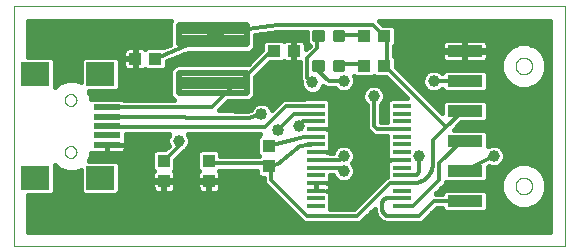
<source format=gtl>
G75*
%MOIN*%
%OFA0B0*%
%FSLAX25Y25*%
%IPPOS*%
%LPD*%
%AMOC8*
5,1,8,0,0,1.08239X$1,22.5*
%
%ADD10C,0.00000*%
%ADD11R,0.04331X0.03937*%
%ADD12R,0.03937X0.04331*%
%ADD13R,0.09449X0.07874*%
%ADD14R,0.09087X0.01969*%
%ADD15C,0.01181*%
%ADD16R,0.05906X0.01575*%
%ADD17R,0.11811X0.03937*%
%ADD18C,0.02165*%
%ADD19C,0.01600*%
%ADD20C,0.03962*%
%ADD21C,0.01200*%
%ADD22C,0.04000*%
D10*
X0004360Y0001800D02*
X0004360Y0081761D01*
X0188061Y0081761D01*
X0188061Y0001800D01*
X0004360Y0001800D01*
X0021328Y0033139D02*
X0021330Y0033227D01*
X0021336Y0033315D01*
X0021346Y0033403D01*
X0021360Y0033491D01*
X0021377Y0033577D01*
X0021399Y0033663D01*
X0021424Y0033747D01*
X0021454Y0033831D01*
X0021486Y0033913D01*
X0021523Y0033993D01*
X0021563Y0034072D01*
X0021607Y0034149D01*
X0021654Y0034224D01*
X0021704Y0034296D01*
X0021758Y0034367D01*
X0021814Y0034434D01*
X0021874Y0034500D01*
X0021936Y0034562D01*
X0022002Y0034622D01*
X0022069Y0034678D01*
X0022140Y0034732D01*
X0022212Y0034782D01*
X0022287Y0034829D01*
X0022364Y0034873D01*
X0022443Y0034913D01*
X0022523Y0034950D01*
X0022605Y0034982D01*
X0022689Y0035012D01*
X0022773Y0035037D01*
X0022859Y0035059D01*
X0022945Y0035076D01*
X0023033Y0035090D01*
X0023121Y0035100D01*
X0023209Y0035106D01*
X0023297Y0035108D01*
X0023385Y0035106D01*
X0023473Y0035100D01*
X0023561Y0035090D01*
X0023649Y0035076D01*
X0023735Y0035059D01*
X0023821Y0035037D01*
X0023905Y0035012D01*
X0023989Y0034982D01*
X0024071Y0034950D01*
X0024151Y0034913D01*
X0024230Y0034873D01*
X0024307Y0034829D01*
X0024382Y0034782D01*
X0024454Y0034732D01*
X0024525Y0034678D01*
X0024592Y0034622D01*
X0024658Y0034562D01*
X0024720Y0034500D01*
X0024780Y0034434D01*
X0024836Y0034367D01*
X0024890Y0034296D01*
X0024940Y0034224D01*
X0024987Y0034149D01*
X0025031Y0034072D01*
X0025071Y0033993D01*
X0025108Y0033913D01*
X0025140Y0033831D01*
X0025170Y0033747D01*
X0025195Y0033663D01*
X0025217Y0033577D01*
X0025234Y0033491D01*
X0025248Y0033403D01*
X0025258Y0033315D01*
X0025264Y0033227D01*
X0025266Y0033139D01*
X0025264Y0033051D01*
X0025258Y0032963D01*
X0025248Y0032875D01*
X0025234Y0032787D01*
X0025217Y0032701D01*
X0025195Y0032615D01*
X0025170Y0032531D01*
X0025140Y0032447D01*
X0025108Y0032365D01*
X0025071Y0032285D01*
X0025031Y0032206D01*
X0024987Y0032129D01*
X0024940Y0032054D01*
X0024890Y0031982D01*
X0024836Y0031911D01*
X0024780Y0031844D01*
X0024720Y0031778D01*
X0024658Y0031716D01*
X0024592Y0031656D01*
X0024525Y0031600D01*
X0024454Y0031546D01*
X0024382Y0031496D01*
X0024307Y0031449D01*
X0024230Y0031405D01*
X0024151Y0031365D01*
X0024071Y0031328D01*
X0023989Y0031296D01*
X0023905Y0031266D01*
X0023821Y0031241D01*
X0023735Y0031219D01*
X0023649Y0031202D01*
X0023561Y0031188D01*
X0023473Y0031178D01*
X0023385Y0031172D01*
X0023297Y0031170D01*
X0023209Y0031172D01*
X0023121Y0031178D01*
X0023033Y0031188D01*
X0022945Y0031202D01*
X0022859Y0031219D01*
X0022773Y0031241D01*
X0022689Y0031266D01*
X0022605Y0031296D01*
X0022523Y0031328D01*
X0022443Y0031365D01*
X0022364Y0031405D01*
X0022287Y0031449D01*
X0022212Y0031496D01*
X0022140Y0031546D01*
X0022069Y0031600D01*
X0022002Y0031656D01*
X0021936Y0031716D01*
X0021874Y0031778D01*
X0021814Y0031844D01*
X0021758Y0031911D01*
X0021704Y0031982D01*
X0021654Y0032054D01*
X0021607Y0032129D01*
X0021563Y0032206D01*
X0021523Y0032285D01*
X0021486Y0032365D01*
X0021454Y0032447D01*
X0021424Y0032531D01*
X0021399Y0032615D01*
X0021377Y0032701D01*
X0021360Y0032787D01*
X0021346Y0032875D01*
X0021336Y0032963D01*
X0021330Y0033051D01*
X0021328Y0033139D01*
X0021328Y0050461D02*
X0021330Y0050549D01*
X0021336Y0050637D01*
X0021346Y0050725D01*
X0021360Y0050813D01*
X0021377Y0050899D01*
X0021399Y0050985D01*
X0021424Y0051069D01*
X0021454Y0051153D01*
X0021486Y0051235D01*
X0021523Y0051315D01*
X0021563Y0051394D01*
X0021607Y0051471D01*
X0021654Y0051546D01*
X0021704Y0051618D01*
X0021758Y0051689D01*
X0021814Y0051756D01*
X0021874Y0051822D01*
X0021936Y0051884D01*
X0022002Y0051944D01*
X0022069Y0052000D01*
X0022140Y0052054D01*
X0022212Y0052104D01*
X0022287Y0052151D01*
X0022364Y0052195D01*
X0022443Y0052235D01*
X0022523Y0052272D01*
X0022605Y0052304D01*
X0022689Y0052334D01*
X0022773Y0052359D01*
X0022859Y0052381D01*
X0022945Y0052398D01*
X0023033Y0052412D01*
X0023121Y0052422D01*
X0023209Y0052428D01*
X0023297Y0052430D01*
X0023385Y0052428D01*
X0023473Y0052422D01*
X0023561Y0052412D01*
X0023649Y0052398D01*
X0023735Y0052381D01*
X0023821Y0052359D01*
X0023905Y0052334D01*
X0023989Y0052304D01*
X0024071Y0052272D01*
X0024151Y0052235D01*
X0024230Y0052195D01*
X0024307Y0052151D01*
X0024382Y0052104D01*
X0024454Y0052054D01*
X0024525Y0052000D01*
X0024592Y0051944D01*
X0024658Y0051884D01*
X0024720Y0051822D01*
X0024780Y0051756D01*
X0024836Y0051689D01*
X0024890Y0051618D01*
X0024940Y0051546D01*
X0024987Y0051471D01*
X0025031Y0051394D01*
X0025071Y0051315D01*
X0025108Y0051235D01*
X0025140Y0051153D01*
X0025170Y0051069D01*
X0025195Y0050985D01*
X0025217Y0050899D01*
X0025234Y0050813D01*
X0025248Y0050725D01*
X0025258Y0050637D01*
X0025264Y0050549D01*
X0025266Y0050461D01*
X0025264Y0050373D01*
X0025258Y0050285D01*
X0025248Y0050197D01*
X0025234Y0050109D01*
X0025217Y0050023D01*
X0025195Y0049937D01*
X0025170Y0049853D01*
X0025140Y0049769D01*
X0025108Y0049687D01*
X0025071Y0049607D01*
X0025031Y0049528D01*
X0024987Y0049451D01*
X0024940Y0049376D01*
X0024890Y0049304D01*
X0024836Y0049233D01*
X0024780Y0049166D01*
X0024720Y0049100D01*
X0024658Y0049038D01*
X0024592Y0048978D01*
X0024525Y0048922D01*
X0024454Y0048868D01*
X0024382Y0048818D01*
X0024307Y0048771D01*
X0024230Y0048727D01*
X0024151Y0048687D01*
X0024071Y0048650D01*
X0023989Y0048618D01*
X0023905Y0048588D01*
X0023821Y0048563D01*
X0023735Y0048541D01*
X0023649Y0048524D01*
X0023561Y0048510D01*
X0023473Y0048500D01*
X0023385Y0048494D01*
X0023297Y0048492D01*
X0023209Y0048494D01*
X0023121Y0048500D01*
X0023033Y0048510D01*
X0022945Y0048524D01*
X0022859Y0048541D01*
X0022773Y0048563D01*
X0022689Y0048588D01*
X0022605Y0048618D01*
X0022523Y0048650D01*
X0022443Y0048687D01*
X0022364Y0048727D01*
X0022287Y0048771D01*
X0022212Y0048818D01*
X0022140Y0048868D01*
X0022069Y0048922D01*
X0022002Y0048978D01*
X0021936Y0049038D01*
X0021874Y0049100D01*
X0021814Y0049166D01*
X0021758Y0049233D01*
X0021704Y0049304D01*
X0021654Y0049376D01*
X0021607Y0049451D01*
X0021563Y0049528D01*
X0021523Y0049607D01*
X0021486Y0049687D01*
X0021454Y0049769D01*
X0021424Y0049853D01*
X0021399Y0049937D01*
X0021377Y0050023D01*
X0021360Y0050109D01*
X0021346Y0050197D01*
X0021336Y0050285D01*
X0021330Y0050373D01*
X0021328Y0050461D01*
X0171604Y0061800D02*
X0171606Y0061905D01*
X0171612Y0062010D01*
X0171622Y0062114D01*
X0171636Y0062218D01*
X0171654Y0062322D01*
X0171676Y0062424D01*
X0171701Y0062526D01*
X0171731Y0062627D01*
X0171764Y0062726D01*
X0171801Y0062824D01*
X0171842Y0062921D01*
X0171887Y0063016D01*
X0171935Y0063109D01*
X0171986Y0063201D01*
X0172042Y0063290D01*
X0172100Y0063377D01*
X0172162Y0063462D01*
X0172226Y0063545D01*
X0172294Y0063625D01*
X0172365Y0063702D01*
X0172439Y0063776D01*
X0172516Y0063848D01*
X0172595Y0063917D01*
X0172677Y0063982D01*
X0172761Y0064045D01*
X0172848Y0064104D01*
X0172937Y0064160D01*
X0173028Y0064213D01*
X0173121Y0064262D01*
X0173215Y0064307D01*
X0173311Y0064349D01*
X0173409Y0064387D01*
X0173508Y0064421D01*
X0173609Y0064452D01*
X0173710Y0064478D01*
X0173813Y0064501D01*
X0173916Y0064520D01*
X0174020Y0064535D01*
X0174124Y0064546D01*
X0174229Y0064553D01*
X0174334Y0064556D01*
X0174439Y0064555D01*
X0174544Y0064550D01*
X0174648Y0064541D01*
X0174752Y0064528D01*
X0174856Y0064511D01*
X0174959Y0064490D01*
X0175061Y0064465D01*
X0175162Y0064437D01*
X0175261Y0064404D01*
X0175360Y0064368D01*
X0175457Y0064328D01*
X0175552Y0064285D01*
X0175646Y0064237D01*
X0175738Y0064187D01*
X0175828Y0064133D01*
X0175916Y0064075D01*
X0176001Y0064014D01*
X0176084Y0063950D01*
X0176165Y0063883D01*
X0176243Y0063813D01*
X0176318Y0063739D01*
X0176390Y0063664D01*
X0176460Y0063585D01*
X0176526Y0063504D01*
X0176590Y0063420D01*
X0176650Y0063334D01*
X0176706Y0063246D01*
X0176760Y0063155D01*
X0176810Y0063063D01*
X0176856Y0062969D01*
X0176899Y0062873D01*
X0176938Y0062775D01*
X0176973Y0062677D01*
X0177004Y0062576D01*
X0177032Y0062475D01*
X0177056Y0062373D01*
X0177076Y0062270D01*
X0177092Y0062166D01*
X0177104Y0062062D01*
X0177112Y0061957D01*
X0177116Y0061852D01*
X0177116Y0061748D01*
X0177112Y0061643D01*
X0177104Y0061538D01*
X0177092Y0061434D01*
X0177076Y0061330D01*
X0177056Y0061227D01*
X0177032Y0061125D01*
X0177004Y0061024D01*
X0176973Y0060923D01*
X0176938Y0060825D01*
X0176899Y0060727D01*
X0176856Y0060631D01*
X0176810Y0060537D01*
X0176760Y0060445D01*
X0176706Y0060354D01*
X0176650Y0060266D01*
X0176590Y0060180D01*
X0176526Y0060096D01*
X0176460Y0060015D01*
X0176390Y0059936D01*
X0176318Y0059861D01*
X0176243Y0059787D01*
X0176165Y0059717D01*
X0176084Y0059650D01*
X0176001Y0059586D01*
X0175916Y0059525D01*
X0175828Y0059467D01*
X0175738Y0059413D01*
X0175646Y0059363D01*
X0175552Y0059315D01*
X0175457Y0059272D01*
X0175360Y0059232D01*
X0175261Y0059196D01*
X0175162Y0059163D01*
X0175061Y0059135D01*
X0174959Y0059110D01*
X0174856Y0059089D01*
X0174752Y0059072D01*
X0174648Y0059059D01*
X0174544Y0059050D01*
X0174439Y0059045D01*
X0174334Y0059044D01*
X0174229Y0059047D01*
X0174124Y0059054D01*
X0174020Y0059065D01*
X0173916Y0059080D01*
X0173813Y0059099D01*
X0173710Y0059122D01*
X0173609Y0059148D01*
X0173508Y0059179D01*
X0173409Y0059213D01*
X0173311Y0059251D01*
X0173215Y0059293D01*
X0173121Y0059338D01*
X0173028Y0059387D01*
X0172937Y0059440D01*
X0172848Y0059496D01*
X0172761Y0059555D01*
X0172677Y0059618D01*
X0172595Y0059683D01*
X0172516Y0059752D01*
X0172439Y0059824D01*
X0172365Y0059898D01*
X0172294Y0059975D01*
X0172226Y0060055D01*
X0172162Y0060138D01*
X0172100Y0060223D01*
X0172042Y0060310D01*
X0171986Y0060399D01*
X0171935Y0060491D01*
X0171887Y0060584D01*
X0171842Y0060679D01*
X0171801Y0060776D01*
X0171764Y0060874D01*
X0171731Y0060973D01*
X0171701Y0061074D01*
X0171676Y0061176D01*
X0171654Y0061278D01*
X0171636Y0061382D01*
X0171622Y0061486D01*
X0171612Y0061590D01*
X0171606Y0061695D01*
X0171604Y0061800D01*
X0171604Y0021800D02*
X0171606Y0021905D01*
X0171612Y0022010D01*
X0171622Y0022114D01*
X0171636Y0022218D01*
X0171654Y0022322D01*
X0171676Y0022424D01*
X0171701Y0022526D01*
X0171731Y0022627D01*
X0171764Y0022726D01*
X0171801Y0022824D01*
X0171842Y0022921D01*
X0171887Y0023016D01*
X0171935Y0023109D01*
X0171986Y0023201D01*
X0172042Y0023290D01*
X0172100Y0023377D01*
X0172162Y0023462D01*
X0172226Y0023545D01*
X0172294Y0023625D01*
X0172365Y0023702D01*
X0172439Y0023776D01*
X0172516Y0023848D01*
X0172595Y0023917D01*
X0172677Y0023982D01*
X0172761Y0024045D01*
X0172848Y0024104D01*
X0172937Y0024160D01*
X0173028Y0024213D01*
X0173121Y0024262D01*
X0173215Y0024307D01*
X0173311Y0024349D01*
X0173409Y0024387D01*
X0173508Y0024421D01*
X0173609Y0024452D01*
X0173710Y0024478D01*
X0173813Y0024501D01*
X0173916Y0024520D01*
X0174020Y0024535D01*
X0174124Y0024546D01*
X0174229Y0024553D01*
X0174334Y0024556D01*
X0174439Y0024555D01*
X0174544Y0024550D01*
X0174648Y0024541D01*
X0174752Y0024528D01*
X0174856Y0024511D01*
X0174959Y0024490D01*
X0175061Y0024465D01*
X0175162Y0024437D01*
X0175261Y0024404D01*
X0175360Y0024368D01*
X0175457Y0024328D01*
X0175552Y0024285D01*
X0175646Y0024237D01*
X0175738Y0024187D01*
X0175828Y0024133D01*
X0175916Y0024075D01*
X0176001Y0024014D01*
X0176084Y0023950D01*
X0176165Y0023883D01*
X0176243Y0023813D01*
X0176318Y0023739D01*
X0176390Y0023664D01*
X0176460Y0023585D01*
X0176526Y0023504D01*
X0176590Y0023420D01*
X0176650Y0023334D01*
X0176706Y0023246D01*
X0176760Y0023155D01*
X0176810Y0023063D01*
X0176856Y0022969D01*
X0176899Y0022873D01*
X0176938Y0022775D01*
X0176973Y0022677D01*
X0177004Y0022576D01*
X0177032Y0022475D01*
X0177056Y0022373D01*
X0177076Y0022270D01*
X0177092Y0022166D01*
X0177104Y0022062D01*
X0177112Y0021957D01*
X0177116Y0021852D01*
X0177116Y0021748D01*
X0177112Y0021643D01*
X0177104Y0021538D01*
X0177092Y0021434D01*
X0177076Y0021330D01*
X0177056Y0021227D01*
X0177032Y0021125D01*
X0177004Y0021024D01*
X0176973Y0020923D01*
X0176938Y0020825D01*
X0176899Y0020727D01*
X0176856Y0020631D01*
X0176810Y0020537D01*
X0176760Y0020445D01*
X0176706Y0020354D01*
X0176650Y0020266D01*
X0176590Y0020180D01*
X0176526Y0020096D01*
X0176460Y0020015D01*
X0176390Y0019936D01*
X0176318Y0019861D01*
X0176243Y0019787D01*
X0176165Y0019717D01*
X0176084Y0019650D01*
X0176001Y0019586D01*
X0175916Y0019525D01*
X0175828Y0019467D01*
X0175738Y0019413D01*
X0175646Y0019363D01*
X0175552Y0019315D01*
X0175457Y0019272D01*
X0175360Y0019232D01*
X0175261Y0019196D01*
X0175162Y0019163D01*
X0175061Y0019135D01*
X0174959Y0019110D01*
X0174856Y0019089D01*
X0174752Y0019072D01*
X0174648Y0019059D01*
X0174544Y0019050D01*
X0174439Y0019045D01*
X0174334Y0019044D01*
X0174229Y0019047D01*
X0174124Y0019054D01*
X0174020Y0019065D01*
X0173916Y0019080D01*
X0173813Y0019099D01*
X0173710Y0019122D01*
X0173609Y0019148D01*
X0173508Y0019179D01*
X0173409Y0019213D01*
X0173311Y0019251D01*
X0173215Y0019293D01*
X0173121Y0019338D01*
X0173028Y0019387D01*
X0172937Y0019440D01*
X0172848Y0019496D01*
X0172761Y0019555D01*
X0172677Y0019618D01*
X0172595Y0019683D01*
X0172516Y0019752D01*
X0172439Y0019824D01*
X0172365Y0019898D01*
X0172294Y0019975D01*
X0172226Y0020055D01*
X0172162Y0020138D01*
X0172100Y0020223D01*
X0172042Y0020310D01*
X0171986Y0020399D01*
X0171935Y0020491D01*
X0171887Y0020584D01*
X0171842Y0020679D01*
X0171801Y0020776D01*
X0171764Y0020874D01*
X0171731Y0020973D01*
X0171701Y0021074D01*
X0171676Y0021176D01*
X0171654Y0021278D01*
X0171636Y0021382D01*
X0171622Y0021486D01*
X0171612Y0021590D01*
X0171606Y0021695D01*
X0171604Y0021800D01*
D11*
X0127707Y0061800D03*
X0121014Y0061800D03*
X0121014Y0071800D03*
X0127707Y0071800D03*
X0097707Y0066800D03*
X0091014Y0066800D03*
X0051507Y0064240D03*
X0044814Y0064240D03*
D12*
X0089360Y0035146D03*
X0089360Y0028454D03*
X0069360Y0030146D03*
X0054360Y0030146D03*
X0054360Y0023454D03*
X0069360Y0023454D03*
D13*
X0033140Y0024477D03*
X0011486Y0024477D03*
X0011486Y0059123D03*
X0033140Y0059123D03*
D14*
X0035360Y0048099D03*
X0035360Y0044950D03*
X0035360Y0041800D03*
X0035360Y0038650D03*
X0035360Y0035501D03*
D15*
X0107285Y0060422D02*
X0107285Y0063178D01*
X0107285Y0060422D02*
X0104529Y0060422D01*
X0104529Y0063178D01*
X0107285Y0063178D01*
X0107285Y0061602D02*
X0104529Y0061602D01*
X0104529Y0062782D02*
X0107285Y0062782D01*
X0114191Y0063178D02*
X0114191Y0060422D01*
X0111435Y0060422D01*
X0111435Y0063178D01*
X0114191Y0063178D01*
X0114191Y0061602D02*
X0111435Y0061602D01*
X0111435Y0062782D02*
X0114191Y0062782D01*
X0114191Y0070422D02*
X0114191Y0073178D01*
X0114191Y0070422D02*
X0111435Y0070422D01*
X0111435Y0073178D01*
X0114191Y0073178D01*
X0114191Y0071602D02*
X0111435Y0071602D01*
X0111435Y0072782D02*
X0114191Y0072782D01*
X0107285Y0073178D02*
X0107285Y0070422D01*
X0104529Y0070422D01*
X0104529Y0073178D01*
X0107285Y0073178D01*
X0107285Y0071602D02*
X0104529Y0071602D01*
X0104529Y0072782D02*
X0107285Y0072782D01*
D16*
X0105089Y0048434D03*
X0105089Y0045875D03*
X0105089Y0043316D03*
X0105089Y0040757D03*
X0105089Y0038198D03*
X0105089Y0035639D03*
X0105089Y0033080D03*
X0105089Y0030520D03*
X0105089Y0027961D03*
X0105089Y0025402D03*
X0105089Y0022843D03*
X0105089Y0020284D03*
X0105089Y0017725D03*
X0105089Y0015166D03*
X0133632Y0015166D03*
X0133632Y0017725D03*
X0133632Y0020284D03*
X0133632Y0022843D03*
X0133632Y0025402D03*
X0133632Y0027961D03*
X0133632Y0030520D03*
X0133632Y0033080D03*
X0133632Y0035639D03*
X0133632Y0038198D03*
X0133632Y0040757D03*
X0133632Y0043316D03*
X0133632Y0045875D03*
X0133632Y0048434D03*
D17*
X0154675Y0046800D03*
X0154675Y0036800D03*
X0154675Y0026800D03*
X0154675Y0016800D03*
X0154675Y0056800D03*
X0154675Y0066800D03*
D18*
X0081959Y0069063D02*
X0059321Y0069063D01*
X0059321Y0075559D01*
X0081959Y0075559D01*
X0081959Y0069063D01*
X0081959Y0071227D02*
X0059321Y0071227D01*
X0059321Y0073391D02*
X0081959Y0073391D01*
X0081959Y0075555D02*
X0059321Y0075555D01*
X0059321Y0059417D02*
X0081959Y0059417D01*
X0081959Y0052921D01*
X0059321Y0052921D01*
X0059321Y0059417D01*
X0059321Y0055085D02*
X0081959Y0055085D01*
X0081959Y0057249D02*
X0059321Y0057249D01*
X0059321Y0059413D02*
X0081959Y0059413D01*
D19*
X0084842Y0057987D02*
X0089886Y0063031D01*
X0093925Y0063031D01*
X0094360Y0063467D01*
X0094436Y0063391D01*
X0094847Y0063154D01*
X0095304Y0063031D01*
X0097522Y0063031D01*
X0097522Y0066616D01*
X0097891Y0066616D01*
X0097891Y0063031D01*
X0099860Y0063031D01*
X0099860Y0057423D01*
X0100079Y0056894D01*
X0100079Y0055548D01*
X0100655Y0054158D01*
X0101718Y0053095D01*
X0103108Y0052519D01*
X0104612Y0052519D01*
X0106002Y0053095D01*
X0107066Y0054158D01*
X0107517Y0055249D01*
X0108001Y0054765D01*
X0108883Y0054400D01*
X0111413Y0054400D01*
X0112218Y0053595D01*
X0113608Y0053019D01*
X0115112Y0053019D01*
X0116502Y0053595D01*
X0117566Y0054658D01*
X0118141Y0056048D01*
X0118141Y0057552D01*
X0117830Y0058305D01*
X0118103Y0058031D01*
X0123925Y0058031D01*
X0124360Y0058467D01*
X0124796Y0058031D01*
X0128435Y0058031D01*
X0135445Y0051021D01*
X0129934Y0051021D01*
X0128879Y0049967D01*
X0128879Y0043157D01*
X0126760Y0043157D01*
X0126760Y0048853D01*
X0127566Y0049658D01*
X0128141Y0051048D01*
X0128141Y0052552D01*
X0127566Y0053942D01*
X0126502Y0055005D01*
X0125112Y0055581D01*
X0123608Y0055581D01*
X0122218Y0055005D01*
X0121155Y0053942D01*
X0120579Y0052552D01*
X0120579Y0051048D01*
X0121155Y0049658D01*
X0121960Y0048853D01*
X0121960Y0041323D01*
X0122326Y0040441D01*
X0123001Y0039765D01*
X0124044Y0038722D01*
X0124926Y0038357D01*
X0128879Y0038357D01*
X0128879Y0031547D01*
X0128879Y0031546D01*
X0128879Y0031545D01*
X0128879Y0030521D01*
X0129905Y0030521D01*
X0129905Y0030520D01*
X0128879Y0030520D01*
X0128879Y0029496D01*
X0128879Y0029495D01*
X0128879Y0029494D01*
X0128879Y0024933D01*
X0128401Y0024735D01*
X0127726Y0024059D01*
X0117766Y0014100D01*
X0109841Y0014100D01*
X0109841Y0019258D01*
X0109841Y0019259D01*
X0109841Y0019260D01*
X0109841Y0020284D01*
X0108815Y0020284D01*
X0109841Y0020284D01*
X0109841Y0021309D01*
X0109773Y0021564D01*
X0109841Y0021819D01*
X0109841Y0022843D01*
X0108815Y0022843D01*
X0108815Y0022843D01*
X0109841Y0022843D01*
X0109841Y0023868D01*
X0109841Y0023869D01*
X0109841Y0023869D01*
X0109841Y0025561D01*
X0110781Y0025561D01*
X0111155Y0024658D01*
X0112218Y0023595D01*
X0113608Y0023019D01*
X0115112Y0023019D01*
X0116502Y0023595D01*
X0117566Y0024658D01*
X0118141Y0026048D01*
X0118141Y0027552D01*
X0117566Y0028942D01*
X0117208Y0029300D01*
X0117566Y0029658D01*
X0118141Y0031048D01*
X0118141Y0032552D01*
X0117566Y0033942D01*
X0116502Y0035005D01*
X0115112Y0035581D01*
X0113608Y0035581D01*
X0112218Y0035005D01*
X0111155Y0033942D01*
X0110682Y0032800D01*
X0109841Y0032800D01*
X0109841Y0033079D01*
X0108815Y0033079D01*
X0108815Y0033080D01*
X0109841Y0033080D01*
X0109841Y0034104D01*
X0109841Y0034105D01*
X0109841Y0034106D01*
X0109841Y0039731D01*
X0109841Y0039732D01*
X0109841Y0040757D01*
X0109841Y0041781D01*
X0109841Y0041782D01*
X0109841Y0041783D01*
X0109841Y0049967D01*
X0108787Y0051021D01*
X0101390Y0051021D01*
X0101203Y0050834D01*
X0094517Y0050834D01*
X0093635Y0050468D01*
X0092959Y0049793D01*
X0090385Y0047219D01*
X0090082Y0047953D01*
X0089013Y0049021D01*
X0087616Y0049600D01*
X0086104Y0049600D01*
X0084708Y0049021D01*
X0083639Y0047953D01*
X0083353Y0047263D01*
X0082336Y0046961D01*
X0072747Y0046993D01*
X0075793Y0050038D01*
X0082533Y0050038D01*
X0083592Y0050477D01*
X0084403Y0051288D01*
X0084842Y0052348D01*
X0084842Y0057987D01*
X0084842Y0057748D02*
X0099860Y0057748D01*
X0099860Y0059346D02*
X0086201Y0059346D01*
X0087799Y0060945D02*
X0099860Y0060945D01*
X0099860Y0062543D02*
X0089398Y0062543D01*
X0084208Y0064142D02*
X0057449Y0064142D01*
X0055472Y0063308D02*
X0062281Y0066180D01*
X0082533Y0066180D01*
X0083592Y0066619D01*
X0084403Y0067430D01*
X0084842Y0068489D01*
X0084842Y0072074D01*
X0089917Y0072857D01*
X0092474Y0073100D01*
X0102139Y0073100D01*
X0102139Y0069947D01*
X0102503Y0069068D01*
X0102968Y0068602D01*
X0101672Y0067306D01*
X0101672Y0069005D01*
X0101549Y0069463D01*
X0101312Y0069874D01*
X0100977Y0070209D01*
X0100567Y0070446D01*
X0100109Y0070568D01*
X0097891Y0070568D01*
X0097891Y0066984D01*
X0097522Y0066984D01*
X0097522Y0070568D01*
X0095304Y0070568D01*
X0094847Y0070446D01*
X0094436Y0070209D01*
X0094360Y0070133D01*
X0093925Y0070568D01*
X0088103Y0070568D01*
X0087048Y0069514D01*
X0087048Y0066982D01*
X0082366Y0062300D01*
X0058748Y0062300D01*
X0057688Y0061861D01*
X0056878Y0061050D01*
X0056439Y0059991D01*
X0056439Y0052348D01*
X0056878Y0051288D01*
X0057688Y0050477D01*
X0057875Y0050400D01*
X0041133Y0050400D01*
X0040649Y0050883D01*
X0030071Y0050883D01*
X0030066Y0050878D01*
X0030066Y0051808D01*
X0029412Y0053386D01*
X0038610Y0053386D01*
X0039664Y0054440D01*
X0039664Y0063805D01*
X0038610Y0064860D01*
X0027670Y0064860D01*
X0026615Y0063805D01*
X0026615Y0056413D01*
X0024644Y0057230D01*
X0021951Y0057230D01*
X0019463Y0056199D01*
X0018011Y0054747D01*
X0018011Y0063805D01*
X0016956Y0064860D01*
X0009160Y0064860D01*
X0009160Y0076961D01*
X0056782Y0076961D01*
X0056439Y0076132D01*
X0056439Y0068925D01*
X0054266Y0068008D01*
X0048596Y0068008D01*
X0048160Y0067573D01*
X0048084Y0067649D01*
X0047674Y0067886D01*
X0047216Y0068008D01*
X0044998Y0068008D01*
X0044998Y0064424D01*
X0044630Y0064424D01*
X0044630Y0068008D01*
X0042411Y0068008D01*
X0041954Y0067886D01*
X0041543Y0067649D01*
X0041208Y0067314D01*
X0040971Y0066903D01*
X0040848Y0066445D01*
X0040848Y0064424D01*
X0044629Y0064424D01*
X0044629Y0064056D01*
X0040848Y0064056D01*
X0040848Y0062035D01*
X0040971Y0061577D01*
X0041208Y0061166D01*
X0041543Y0060831D01*
X0041954Y0060594D01*
X0042411Y0060471D01*
X0044630Y0060471D01*
X0044630Y0064056D01*
X0044998Y0064056D01*
X0044998Y0060471D01*
X0047216Y0060471D01*
X0047674Y0060594D01*
X0048084Y0060831D01*
X0048160Y0060907D01*
X0048596Y0060471D01*
X0054418Y0060471D01*
X0055472Y0061526D01*
X0055472Y0063308D01*
X0055472Y0062543D02*
X0082610Y0062543D01*
X0085807Y0065740D02*
X0061239Y0065740D01*
X0056439Y0068937D02*
X0009160Y0068937D01*
X0009160Y0067339D02*
X0041233Y0067339D01*
X0044630Y0067339D02*
X0044998Y0067339D01*
X0044998Y0065740D02*
X0044630Y0065740D01*
X0040848Y0065740D02*
X0009160Y0065740D01*
X0017674Y0064142D02*
X0026952Y0064142D01*
X0026615Y0062543D02*
X0018011Y0062543D01*
X0018011Y0060945D02*
X0026615Y0060945D01*
X0026615Y0059346D02*
X0018011Y0059346D01*
X0018011Y0057748D02*
X0026615Y0057748D01*
X0019413Y0056149D02*
X0018011Y0056149D01*
X0029592Y0052952D02*
X0056439Y0052952D01*
X0056439Y0054551D02*
X0039664Y0054551D01*
X0039664Y0056149D02*
X0056439Y0056149D01*
X0056439Y0057748D02*
X0039664Y0057748D01*
X0039664Y0059346D02*
X0056439Y0059346D01*
X0056834Y0060945D02*
X0054891Y0060945D01*
X0044998Y0060945D02*
X0044630Y0060945D01*
X0041429Y0060945D02*
X0039664Y0060945D01*
X0039664Y0062543D02*
X0040848Y0062543D01*
X0044630Y0062543D02*
X0044998Y0062543D01*
X0044629Y0064142D02*
X0039328Y0064142D01*
X0056439Y0070536D02*
X0009160Y0070536D01*
X0009160Y0072134D02*
X0056439Y0072134D01*
X0056439Y0073733D02*
X0009160Y0073733D01*
X0009160Y0075332D02*
X0056439Y0075332D01*
X0056769Y0076930D02*
X0009160Y0076930D01*
X0030066Y0051354D02*
X0056850Y0051354D01*
X0073911Y0048157D02*
X0083843Y0048157D01*
X0089877Y0048157D02*
X0091323Y0048157D01*
X0092921Y0049755D02*
X0075510Y0049755D01*
X0084430Y0051354D02*
X0120579Y0051354D01*
X0120745Y0052952D02*
X0105659Y0052952D01*
X0107228Y0054551D02*
X0108519Y0054551D01*
X0102062Y0052952D02*
X0084842Y0052952D01*
X0084842Y0054551D02*
X0100492Y0054551D01*
X0100079Y0056149D02*
X0084842Y0056149D01*
X0097522Y0064142D02*
X0097891Y0064142D01*
X0097891Y0065740D02*
X0097522Y0065740D01*
X0097522Y0067339D02*
X0097891Y0067339D01*
X0097891Y0068937D02*
X0097522Y0068937D01*
X0097522Y0070536D02*
X0097891Y0070536D01*
X0095183Y0070536D02*
X0093957Y0070536D01*
X0088070Y0070536D02*
X0084842Y0070536D01*
X0084842Y0068937D02*
X0087048Y0068937D01*
X0087048Y0067339D02*
X0084312Y0067339D01*
X0085233Y0072134D02*
X0102139Y0072134D01*
X0102139Y0070536D02*
X0100230Y0070536D01*
X0101672Y0068937D02*
X0102633Y0068937D01*
X0101705Y0067339D02*
X0101672Y0067339D01*
X0118060Y0057748D02*
X0128718Y0057748D01*
X0130317Y0056149D02*
X0118141Y0056149D01*
X0117458Y0054551D02*
X0121764Y0054551D01*
X0126957Y0054551D02*
X0131915Y0054551D01*
X0133514Y0052952D02*
X0127976Y0052952D01*
X0128141Y0051354D02*
X0135112Y0051354D01*
X0140302Y0052952D02*
X0183261Y0052952D01*
X0183261Y0051354D02*
X0141900Y0051354D01*
X0143499Y0049755D02*
X0147211Y0049755D01*
X0146970Y0049514D02*
X0148024Y0050568D01*
X0161326Y0050568D01*
X0162381Y0049514D01*
X0162381Y0044086D01*
X0161326Y0043031D01*
X0153486Y0043031D01*
X0151023Y0040568D01*
X0161326Y0040568D01*
X0162381Y0039514D01*
X0162381Y0035073D01*
X0163608Y0035581D01*
X0165112Y0035581D01*
X0166502Y0035005D01*
X0167566Y0033942D01*
X0168141Y0032552D01*
X0168141Y0031048D01*
X0167566Y0029658D01*
X0166502Y0028595D01*
X0165112Y0028019D01*
X0163608Y0028019D01*
X0162819Y0028346D01*
X0162381Y0028127D01*
X0162381Y0024086D01*
X0161326Y0023031D01*
X0148540Y0023031D01*
X0148295Y0022441D01*
X0147620Y0021765D01*
X0145054Y0019200D01*
X0146970Y0019200D01*
X0146970Y0019514D01*
X0148024Y0020568D01*
X0161326Y0020568D01*
X0162381Y0019514D01*
X0162381Y0014086D01*
X0161326Y0013031D01*
X0148024Y0013031D01*
X0146970Y0014086D01*
X0146970Y0014400D01*
X0145354Y0014400D01*
X0141315Y0010361D01*
X0141315Y0010361D01*
X0141310Y0010356D01*
X0141096Y0009985D01*
X0141096Y0009985D01*
X0141096Y0009985D01*
X0140725Y0009770D01*
X0140640Y0009685D01*
X0140420Y0009594D01*
X0139945Y0009320D01*
X0128630Y0009320D01*
X0126836Y0010063D01*
X0126836Y0010063D01*
X0125463Y0011436D01*
X0125463Y0011436D01*
X0124720Y0013229D01*
X0124720Y0014266D01*
X0120120Y0009665D01*
X0119238Y0009300D01*
X0101783Y0009300D01*
X0100901Y0009665D01*
X0100226Y0010341D01*
X0088126Y0022441D01*
X0087760Y0023323D01*
X0087760Y0024488D01*
X0086646Y0024488D01*
X0085592Y0025543D01*
X0085592Y0026900D01*
X0072793Y0026900D01*
X0072693Y0026800D01*
X0072769Y0026724D01*
X0073006Y0026314D01*
X0073129Y0025856D01*
X0073129Y0023638D01*
X0069545Y0023638D01*
X0069545Y0023269D01*
X0073129Y0023269D01*
X0073129Y0021051D01*
X0073006Y0020593D01*
X0072769Y0020183D01*
X0072434Y0019848D01*
X0072024Y0019611D01*
X0071566Y0019488D01*
X0069544Y0019488D01*
X0069544Y0023269D01*
X0069176Y0023269D01*
X0069176Y0019488D01*
X0067155Y0019488D01*
X0066697Y0019611D01*
X0066287Y0019848D01*
X0065951Y0020183D01*
X0065714Y0020593D01*
X0065592Y0021051D01*
X0065592Y0023269D01*
X0069176Y0023269D01*
X0069176Y0023638D01*
X0065592Y0023638D01*
X0065592Y0025856D01*
X0065714Y0026314D01*
X0065951Y0026724D01*
X0066027Y0026800D01*
X0065592Y0027236D01*
X0065592Y0033057D01*
X0066646Y0034112D01*
X0072074Y0034112D01*
X0073129Y0033057D01*
X0073129Y0031700D01*
X0085927Y0031700D01*
X0086027Y0031800D01*
X0085592Y0032236D01*
X0085592Y0038057D01*
X0086534Y0039000D01*
X0062507Y0039000D01*
X0062566Y0038942D01*
X0063141Y0037552D01*
X0063141Y0036048D01*
X0062566Y0034658D01*
X0061502Y0033595D01*
X0060991Y0033383D01*
X0058129Y0030521D01*
X0058129Y0027236D01*
X0057693Y0026800D01*
X0057769Y0026724D01*
X0058006Y0026314D01*
X0058129Y0025856D01*
X0058129Y0023638D01*
X0054545Y0023638D01*
X0054545Y0023269D01*
X0058129Y0023269D01*
X0058129Y0021051D01*
X0058006Y0020593D01*
X0057769Y0020183D01*
X0057434Y0019848D01*
X0057024Y0019611D01*
X0056566Y0019488D01*
X0054544Y0019488D01*
X0054544Y0023269D01*
X0054176Y0023269D01*
X0054176Y0019488D01*
X0052155Y0019488D01*
X0051697Y0019611D01*
X0051287Y0019848D01*
X0050951Y0020183D01*
X0050714Y0020593D01*
X0050592Y0021051D01*
X0050592Y0023269D01*
X0054176Y0023269D01*
X0054176Y0023638D01*
X0050592Y0023638D01*
X0050592Y0025856D01*
X0050714Y0026314D01*
X0050951Y0026724D01*
X0051027Y0026800D01*
X0050592Y0027236D01*
X0050592Y0033057D01*
X0051646Y0034112D01*
X0054931Y0034112D01*
X0055957Y0035137D01*
X0055579Y0036048D01*
X0055579Y0037552D01*
X0056155Y0038942D01*
X0056213Y0039000D01*
X0041704Y0039000D01*
X0041704Y0036921D01*
X0041662Y0036879D01*
X0041704Y0036722D01*
X0041704Y0035501D01*
X0035360Y0035501D01*
X0035360Y0035501D01*
X0035360Y0032717D01*
X0030580Y0032717D01*
X0030122Y0032839D01*
X0030066Y0032872D01*
X0030066Y0031792D01*
X0029412Y0030214D01*
X0038610Y0030214D01*
X0039664Y0029160D01*
X0039664Y0019795D01*
X0038610Y0018740D01*
X0027670Y0018740D01*
X0026615Y0019795D01*
X0026615Y0027187D01*
X0024644Y0026370D01*
X0021951Y0026370D01*
X0019463Y0027401D01*
X0018011Y0028853D01*
X0018011Y0019795D01*
X0016956Y0018740D01*
X0009160Y0018740D01*
X0009160Y0006600D01*
X0183261Y0006600D01*
X0183261Y0076961D01*
X0126194Y0076961D01*
X0127586Y0075568D01*
X0130618Y0075568D01*
X0131672Y0074514D01*
X0131672Y0069086D01*
X0131060Y0068474D01*
X0131060Y0065126D01*
X0131672Y0064514D01*
X0131672Y0061582D01*
X0146970Y0046285D01*
X0146970Y0049514D01*
X0146970Y0048157D02*
X0145098Y0048157D01*
X0146696Y0046558D02*
X0146970Y0046558D01*
X0152217Y0041763D02*
X0183261Y0041763D01*
X0183261Y0040164D02*
X0161731Y0040164D01*
X0162381Y0038566D02*
X0183261Y0038566D01*
X0183261Y0036967D02*
X0162381Y0036967D01*
X0162381Y0035369D02*
X0163095Y0035369D01*
X0165625Y0035369D02*
X0183261Y0035369D01*
X0183261Y0033770D02*
X0167637Y0033770D01*
X0168141Y0032172D02*
X0183261Y0032172D01*
X0183261Y0030573D02*
X0167945Y0030573D01*
X0166882Y0028975D02*
X0171937Y0028975D01*
X0172857Y0029356D02*
X0170080Y0028206D01*
X0167955Y0026080D01*
X0166804Y0023303D01*
X0166804Y0020297D01*
X0167955Y0017520D01*
X0170080Y0015394D01*
X0172857Y0014244D01*
X0175863Y0014244D01*
X0178640Y0015394D01*
X0180766Y0017520D01*
X0181916Y0020297D01*
X0181916Y0023303D01*
X0180766Y0026080D01*
X0178640Y0028206D01*
X0175863Y0029356D01*
X0172857Y0029356D01*
X0176784Y0028975D02*
X0183261Y0028975D01*
X0183261Y0027376D02*
X0179470Y0027376D01*
X0180891Y0025778D02*
X0183261Y0025778D01*
X0183261Y0024179D02*
X0181553Y0024179D01*
X0181916Y0022581D02*
X0183261Y0022581D01*
X0183261Y0020982D02*
X0181916Y0020982D01*
X0181538Y0019384D02*
X0183261Y0019384D01*
X0183261Y0017785D02*
X0180876Y0017785D01*
X0179432Y0016187D02*
X0183261Y0016187D01*
X0183261Y0014588D02*
X0176694Y0014588D01*
X0172027Y0014588D02*
X0162381Y0014588D01*
X0162381Y0016187D02*
X0169288Y0016187D01*
X0167845Y0017785D02*
X0162381Y0017785D01*
X0162381Y0019384D02*
X0167183Y0019384D01*
X0166804Y0020982D02*
X0146836Y0020982D01*
X0146970Y0019384D02*
X0145238Y0019384D01*
X0148353Y0022581D02*
X0166804Y0022581D01*
X0167167Y0024179D02*
X0162381Y0024179D01*
X0162381Y0025778D02*
X0167829Y0025778D01*
X0169251Y0027376D02*
X0162381Y0027376D01*
X0129905Y0030520D02*
X0129905Y0030520D01*
X0128879Y0030573D02*
X0117945Y0030573D01*
X0118141Y0032172D02*
X0128879Y0032172D01*
X0128879Y0033770D02*
X0117637Y0033770D01*
X0115625Y0035369D02*
X0128879Y0035369D01*
X0128879Y0036967D02*
X0109841Y0036967D01*
X0109841Y0035369D02*
X0113095Y0035369D01*
X0111084Y0033770D02*
X0109841Y0033770D01*
X0108815Y0033080D02*
X0108815Y0033080D01*
X0117533Y0028975D02*
X0128879Y0028975D01*
X0128879Y0027376D02*
X0118141Y0027376D01*
X0118029Y0025778D02*
X0128879Y0025778D01*
X0127845Y0024179D02*
X0117087Y0024179D01*
X0111634Y0024179D02*
X0109841Y0024179D01*
X0109841Y0022581D02*
X0126247Y0022581D01*
X0124648Y0020982D02*
X0109841Y0020982D01*
X0108815Y0020284D02*
X0108815Y0020284D01*
X0109841Y0019384D02*
X0123050Y0019384D01*
X0121451Y0017785D02*
X0109841Y0017785D01*
X0109841Y0016187D02*
X0119853Y0016187D01*
X0118254Y0014588D02*
X0109841Y0014588D01*
X0099175Y0011391D02*
X0009160Y0011391D01*
X0009160Y0009793D02*
X0100774Y0009793D01*
X0097577Y0012990D02*
X0009160Y0012990D01*
X0009160Y0014588D02*
X0095978Y0014588D01*
X0094380Y0016187D02*
X0009160Y0016187D01*
X0009160Y0017785D02*
X0092781Y0017785D01*
X0091182Y0019384D02*
X0039253Y0019384D01*
X0039664Y0020982D02*
X0050610Y0020982D01*
X0050592Y0022581D02*
X0039664Y0022581D01*
X0039664Y0024179D02*
X0050592Y0024179D01*
X0050592Y0025778D02*
X0039664Y0025778D01*
X0039664Y0027376D02*
X0050592Y0027376D01*
X0050592Y0028975D02*
X0039664Y0028975D01*
X0040141Y0032717D02*
X0035360Y0032717D01*
X0035360Y0035501D01*
X0035360Y0035501D01*
X0041704Y0035501D01*
X0041704Y0034280D01*
X0041581Y0033822D01*
X0041344Y0033411D01*
X0041009Y0033076D01*
X0040598Y0032839D01*
X0040141Y0032717D01*
X0041551Y0033770D02*
X0051305Y0033770D01*
X0050592Y0032172D02*
X0030066Y0032172D01*
X0029561Y0030573D02*
X0050592Y0030573D01*
X0058181Y0030573D02*
X0065592Y0030573D01*
X0065592Y0028975D02*
X0058129Y0028975D01*
X0058129Y0027376D02*
X0065592Y0027376D01*
X0065592Y0025778D02*
X0058129Y0025778D01*
X0058129Y0024179D02*
X0065592Y0024179D01*
X0065592Y0022581D02*
X0058129Y0022581D01*
X0058110Y0020982D02*
X0065610Y0020982D01*
X0069176Y0020982D02*
X0069544Y0020982D01*
X0073110Y0020982D02*
X0089584Y0020982D01*
X0088068Y0022581D02*
X0073129Y0022581D01*
X0073129Y0024179D02*
X0087760Y0024179D01*
X0085592Y0025778D02*
X0073129Y0025778D01*
X0069544Y0022581D02*
X0069176Y0022581D01*
X0054544Y0022581D02*
X0054176Y0022581D01*
X0054176Y0020982D02*
X0054544Y0020982D01*
X0059780Y0032172D02*
X0065592Y0032172D01*
X0066305Y0033770D02*
X0061678Y0033770D01*
X0062860Y0035369D02*
X0085592Y0035369D01*
X0085592Y0036967D02*
X0063141Y0036967D01*
X0062721Y0038566D02*
X0086100Y0038566D01*
X0085592Y0033770D02*
X0072416Y0033770D01*
X0073129Y0032172D02*
X0085656Y0032172D01*
X0105089Y0022815D02*
X0105089Y0020313D01*
X0105089Y0020313D01*
X0105089Y0022815D01*
X0105089Y0022815D01*
X0105089Y0022581D02*
X0105089Y0022581D01*
X0105089Y0020982D02*
X0105089Y0020982D01*
X0123444Y0012990D02*
X0124820Y0012990D01*
X0125508Y0011391D02*
X0121845Y0011391D01*
X0120247Y0009793D02*
X0127489Y0009793D01*
X0140763Y0009793D02*
X0183261Y0009793D01*
X0183261Y0011391D02*
X0142345Y0011391D01*
X0143944Y0012990D02*
X0183261Y0012990D01*
X0183261Y0008194D02*
X0009160Y0008194D01*
X0017600Y0019384D02*
X0027026Y0019384D01*
X0026615Y0020982D02*
X0018011Y0020982D01*
X0018011Y0022581D02*
X0026615Y0022581D01*
X0026615Y0024179D02*
X0018011Y0024179D01*
X0018011Y0025778D02*
X0026615Y0025778D01*
X0019522Y0027376D02*
X0018011Y0027376D01*
X0035360Y0033770D02*
X0035360Y0033770D01*
X0035360Y0035369D02*
X0035360Y0035369D01*
X0041704Y0035369D02*
X0055860Y0035369D01*
X0055579Y0036967D02*
X0041704Y0036967D01*
X0041704Y0038566D02*
X0055999Y0038566D01*
X0108815Y0040757D02*
X0108815Y0040757D01*
X0109841Y0040757D01*
X0108815Y0040757D01*
X0108815Y0040757D01*
X0109841Y0040164D02*
X0122602Y0040164D01*
X0121960Y0041763D02*
X0109841Y0041763D01*
X0109841Y0043361D02*
X0121960Y0043361D01*
X0121960Y0044960D02*
X0109841Y0044960D01*
X0109841Y0046558D02*
X0121960Y0046558D01*
X0121960Y0048157D02*
X0109841Y0048157D01*
X0109841Y0049755D02*
X0121115Y0049755D01*
X0126760Y0048157D02*
X0128879Y0048157D01*
X0128879Y0049755D02*
X0127606Y0049755D01*
X0126760Y0046558D02*
X0128879Y0046558D01*
X0128879Y0044960D02*
X0126760Y0044960D01*
X0126760Y0043361D02*
X0128879Y0043361D01*
X0124421Y0038566D02*
X0109841Y0038566D01*
X0109841Y0039731D02*
X0109841Y0039731D01*
X0141155Y0054658D02*
X0142218Y0053595D01*
X0143608Y0053019D01*
X0145112Y0053019D01*
X0146502Y0053595D01*
X0146982Y0054074D01*
X0148024Y0053031D01*
X0161326Y0053031D01*
X0162381Y0054086D01*
X0162381Y0059514D01*
X0161326Y0060568D01*
X0148024Y0060568D01*
X0146982Y0059526D01*
X0146502Y0060005D01*
X0145112Y0060581D01*
X0143608Y0060581D01*
X0142218Y0060005D01*
X0141155Y0058942D01*
X0140579Y0057552D01*
X0140579Y0056048D01*
X0141155Y0054658D01*
X0141262Y0054551D02*
X0138703Y0054551D01*
X0137105Y0056149D02*
X0140579Y0056149D01*
X0140660Y0057748D02*
X0135506Y0057748D01*
X0133908Y0059346D02*
X0141559Y0059346D01*
X0147329Y0063726D02*
X0147664Y0063391D01*
X0148075Y0063154D01*
X0148533Y0063031D01*
X0154491Y0063031D01*
X0154491Y0066616D01*
X0146970Y0066616D01*
X0146970Y0064595D01*
X0147092Y0064137D01*
X0147329Y0063726D01*
X0147091Y0064142D02*
X0131672Y0064142D01*
X0131672Y0062543D02*
X0166804Y0062543D01*
X0166804Y0063303D02*
X0166804Y0060297D01*
X0167955Y0057520D01*
X0170080Y0055394D01*
X0172857Y0054244D01*
X0175863Y0054244D01*
X0178640Y0055394D01*
X0180766Y0057520D01*
X0181916Y0060297D01*
X0181916Y0063303D01*
X0180766Y0066080D01*
X0178640Y0068206D01*
X0175863Y0069356D01*
X0172857Y0069356D01*
X0170080Y0068206D01*
X0167955Y0066080D01*
X0166804Y0063303D01*
X0167152Y0064142D02*
X0162259Y0064142D01*
X0162258Y0064137D02*
X0162381Y0064595D01*
X0162381Y0066616D01*
X0154860Y0066616D01*
X0154860Y0066984D01*
X0162381Y0066984D01*
X0162381Y0069005D01*
X0162258Y0069463D01*
X0162021Y0069874D01*
X0161686Y0070209D01*
X0161275Y0070446D01*
X0160818Y0070568D01*
X0154859Y0070568D01*
X0154859Y0066984D01*
X0154491Y0066984D01*
X0154491Y0066616D01*
X0154859Y0066616D01*
X0154859Y0063031D01*
X0160818Y0063031D01*
X0161275Y0063154D01*
X0161686Y0063391D01*
X0162021Y0063726D01*
X0162258Y0064137D01*
X0162381Y0065740D02*
X0167814Y0065740D01*
X0169214Y0067339D02*
X0162381Y0067339D01*
X0162381Y0068937D02*
X0171847Y0068937D01*
X0176873Y0068937D02*
X0183261Y0068937D01*
X0183261Y0067339D02*
X0179507Y0067339D01*
X0180906Y0065740D02*
X0183261Y0065740D01*
X0183261Y0064142D02*
X0181569Y0064142D01*
X0181916Y0062543D02*
X0183261Y0062543D01*
X0183261Y0060945D02*
X0181916Y0060945D01*
X0181522Y0059346D02*
X0183261Y0059346D01*
X0183261Y0057748D02*
X0180860Y0057748D01*
X0179395Y0056149D02*
X0183261Y0056149D01*
X0183261Y0054551D02*
X0176604Y0054551D01*
X0172117Y0054551D02*
X0162381Y0054551D01*
X0162381Y0056149D02*
X0169325Y0056149D01*
X0167860Y0057748D02*
X0162381Y0057748D01*
X0162381Y0059346D02*
X0167198Y0059346D01*
X0166804Y0060945D02*
X0132309Y0060945D01*
X0131060Y0065740D02*
X0146970Y0065740D01*
X0146970Y0066984D02*
X0154491Y0066984D01*
X0154491Y0070568D01*
X0148533Y0070568D01*
X0148075Y0070446D01*
X0147664Y0070209D01*
X0147329Y0069874D01*
X0147092Y0069463D01*
X0146970Y0069005D01*
X0146970Y0066984D01*
X0146970Y0067339D02*
X0131060Y0067339D01*
X0131524Y0068937D02*
X0146970Y0068937D01*
X0148411Y0070536D02*
X0131672Y0070536D01*
X0131672Y0072134D02*
X0183261Y0072134D01*
X0183261Y0070536D02*
X0160939Y0070536D01*
X0154859Y0070536D02*
X0154491Y0070536D01*
X0154491Y0068937D02*
X0154859Y0068937D01*
X0154859Y0067339D02*
X0154491Y0067339D01*
X0154491Y0065740D02*
X0154859Y0065740D01*
X0154859Y0064142D02*
X0154491Y0064142D01*
X0131672Y0073733D02*
X0183261Y0073733D01*
X0183261Y0075332D02*
X0130855Y0075332D01*
X0126224Y0076930D02*
X0183261Y0076930D01*
X0183261Y0049755D02*
X0162139Y0049755D01*
X0162381Y0048157D02*
X0183261Y0048157D01*
X0183261Y0046558D02*
X0162381Y0046558D01*
X0162381Y0044960D02*
X0183261Y0044960D01*
X0183261Y0043361D02*
X0161656Y0043361D01*
D20*
X0164360Y0031800D03*
X0139360Y0031800D03*
X0124360Y0031800D03*
X0114360Y0031800D03*
X0114360Y0026800D03*
X0099360Y0041800D03*
X0124360Y0051800D03*
X0114360Y0056800D03*
X0103860Y0056300D03*
X0094360Y0056800D03*
X0059360Y0036800D03*
X0079360Y0011800D03*
X0019360Y0011800D03*
X0144360Y0011800D03*
X0144360Y0056800D03*
X0144360Y0071800D03*
X0019360Y0071320D03*
D21*
X0051507Y0064240D02*
X0070640Y0072311D01*
X0089620Y0075240D01*
X0092360Y0075500D01*
X0124260Y0075500D01*
X0127560Y0072200D01*
X0127707Y0071800D01*
X0128660Y0071100D01*
X0128660Y0062300D01*
X0127707Y0061800D01*
X0128660Y0061200D01*
X0148460Y0041400D01*
X0144060Y0037000D01*
X0144060Y0029300D01*
X0146260Y0029300D02*
X0153960Y0037000D01*
X0154675Y0036800D01*
X0148460Y0041400D02*
X0153960Y0046900D01*
X0154675Y0046800D01*
X0133632Y0040757D02*
X0125404Y0040757D01*
X0124360Y0041800D01*
X0124360Y0051800D01*
X0114360Y0056800D02*
X0109360Y0056800D01*
X0105907Y0060253D01*
X0105907Y0061800D01*
X0102260Y0064500D02*
X0102260Y0057900D01*
X0103860Y0056300D01*
X0112813Y0061800D02*
X0113260Y0062300D01*
X0120960Y0062300D01*
X0121014Y0061800D01*
X0105560Y0067800D02*
X0102260Y0064500D01*
X0105560Y0067800D02*
X0105560Y0071100D01*
X0105907Y0071800D01*
X0112813Y0071800D02*
X0113260Y0072200D01*
X0120960Y0072200D01*
X0121014Y0071800D01*
X0091014Y0066800D02*
X0090160Y0066700D01*
X0080260Y0056800D01*
X0070640Y0056169D01*
X0079160Y0056800D01*
X0070360Y0048000D01*
X0036260Y0048000D01*
X0035360Y0048099D01*
X0035360Y0044950D02*
X0036260Y0044700D01*
X0040660Y0044700D01*
X0082680Y0044560D01*
X0086860Y0045800D01*
X0087960Y0041400D02*
X0094994Y0048434D01*
X0105089Y0048434D01*
X0105089Y0045875D02*
X0104460Y0045800D01*
X0097860Y0045800D01*
X0092360Y0040300D01*
X0087960Y0041400D02*
X0036260Y0041400D01*
X0035360Y0041800D01*
X0054360Y0030146D02*
X0059360Y0035146D01*
X0059360Y0036800D01*
X0069360Y0030146D02*
X0070360Y0029300D01*
X0089060Y0029300D01*
X0089360Y0028454D01*
X0092400Y0029080D01*
X0099840Y0035280D01*
X0105089Y0035639D01*
X0104460Y0038100D02*
X0101160Y0038100D01*
X0089360Y0035146D01*
X0090160Y0035900D01*
X0104460Y0038100D02*
X0105089Y0038198D01*
X0105089Y0040757D02*
X0113317Y0040757D01*
X0114360Y0041800D01*
X0105089Y0043316D02*
X0100876Y0043316D01*
X0099360Y0041800D01*
X0110640Y0033080D02*
X0114360Y0036800D01*
X0110640Y0033080D02*
X0105089Y0033080D01*
X0105089Y0030520D02*
X0105560Y0030400D01*
X0112960Y0030400D01*
X0114360Y0031800D01*
X0124360Y0031800D02*
X0125760Y0030400D01*
X0133060Y0030400D01*
X0133632Y0030520D01*
X0137460Y0022700D02*
X0137619Y0022702D01*
X0137779Y0022708D01*
X0137938Y0022717D01*
X0138097Y0022731D01*
X0138256Y0022748D01*
X0138414Y0022769D01*
X0138571Y0022794D01*
X0138728Y0022823D01*
X0138884Y0022855D01*
X0139039Y0022892D01*
X0139194Y0022932D01*
X0139347Y0022976D01*
X0139500Y0023023D01*
X0139651Y0023074D01*
X0139800Y0023129D01*
X0139949Y0023187D01*
X0140096Y0023249D01*
X0140241Y0023315D01*
X0140385Y0023384D01*
X0140527Y0023456D01*
X0140667Y0023532D01*
X0140806Y0023611D01*
X0140942Y0023694D01*
X0141077Y0023779D01*
X0141209Y0023868D01*
X0141339Y0023960D01*
X0141467Y0024056D01*
X0141593Y0024154D01*
X0141716Y0024256D01*
X0141837Y0024360D01*
X0141955Y0024467D01*
X0142070Y0024577D01*
X0142183Y0024690D01*
X0142293Y0024805D01*
X0142400Y0024923D01*
X0142504Y0025044D01*
X0142606Y0025167D01*
X0142704Y0025293D01*
X0142800Y0025421D01*
X0142892Y0025551D01*
X0142981Y0025683D01*
X0143066Y0025818D01*
X0143149Y0025954D01*
X0143228Y0026093D01*
X0143304Y0026233D01*
X0143376Y0026375D01*
X0143445Y0026519D01*
X0143511Y0026664D01*
X0143573Y0026811D01*
X0143631Y0026960D01*
X0143686Y0027109D01*
X0143737Y0027260D01*
X0143784Y0027413D01*
X0143828Y0027566D01*
X0143868Y0027721D01*
X0143905Y0027876D01*
X0143937Y0028032D01*
X0143966Y0028189D01*
X0143991Y0028346D01*
X0144012Y0028504D01*
X0144029Y0028663D01*
X0144043Y0028822D01*
X0144052Y0028981D01*
X0144058Y0029141D01*
X0144060Y0029300D01*
X0146260Y0029300D02*
X0146260Y0023800D01*
X0137460Y0015000D01*
X0134160Y0015000D01*
X0133632Y0015166D01*
X0129600Y0011720D02*
X0129503Y0011722D01*
X0129405Y0011728D01*
X0129309Y0011737D01*
X0129212Y0011751D01*
X0129116Y0011768D01*
X0129021Y0011789D01*
X0128927Y0011813D01*
X0128834Y0011841D01*
X0128742Y0011873D01*
X0128651Y0011909D01*
X0128562Y0011948D01*
X0128474Y0011990D01*
X0128388Y0012036D01*
X0128304Y0012085D01*
X0128222Y0012138D01*
X0128142Y0012194D01*
X0128065Y0012252D01*
X0127989Y0012314D01*
X0127917Y0012379D01*
X0127846Y0012446D01*
X0127779Y0012517D01*
X0127714Y0012589D01*
X0127652Y0012665D01*
X0127594Y0012742D01*
X0127538Y0012822D01*
X0127485Y0012904D01*
X0127436Y0012988D01*
X0127390Y0013074D01*
X0127348Y0013162D01*
X0127309Y0013251D01*
X0127273Y0013342D01*
X0127241Y0013434D01*
X0127213Y0013527D01*
X0127189Y0013621D01*
X0127168Y0013716D01*
X0127151Y0013812D01*
X0127137Y0013909D01*
X0127128Y0014005D01*
X0127122Y0014103D01*
X0127120Y0014200D01*
X0127120Y0015800D01*
X0127122Y0015886D01*
X0127128Y0015973D01*
X0127137Y0016058D01*
X0127151Y0016144D01*
X0127168Y0016228D01*
X0127189Y0016312D01*
X0127214Y0016395D01*
X0127243Y0016476D01*
X0127275Y0016557D01*
X0127311Y0016635D01*
X0127350Y0016712D01*
X0127392Y0016787D01*
X0127438Y0016860D01*
X0127488Y0016931D01*
X0127540Y0017000D01*
X0127595Y0017067D01*
X0127654Y0017130D01*
X0127715Y0017191D01*
X0127778Y0017250D01*
X0127845Y0017305D01*
X0127914Y0017357D01*
X0127985Y0017407D01*
X0128058Y0017453D01*
X0128133Y0017495D01*
X0128210Y0017534D01*
X0128288Y0017570D01*
X0128369Y0017602D01*
X0128450Y0017631D01*
X0128533Y0017656D01*
X0128617Y0017677D01*
X0128701Y0017694D01*
X0128787Y0017708D01*
X0128872Y0017717D01*
X0128959Y0017723D01*
X0129045Y0017725D01*
X0133632Y0017725D01*
X0139360Y0011800D02*
X0144360Y0016800D01*
X0154675Y0016800D01*
X0139360Y0011800D02*
X0139358Y0011784D01*
X0139354Y0011769D01*
X0139347Y0011756D01*
X0139337Y0011743D01*
X0139324Y0011733D01*
X0139311Y0011726D01*
X0139296Y0011722D01*
X0139280Y0011720D01*
X0129600Y0011720D01*
X0118760Y0011700D02*
X0129760Y0022700D01*
X0133060Y0022700D01*
X0133632Y0022843D01*
X0134160Y0022700D01*
X0137460Y0022700D01*
X0137963Y0025402D02*
X0133632Y0025402D01*
X0137963Y0025402D02*
X0138036Y0025404D01*
X0138109Y0025410D01*
X0138182Y0025419D01*
X0138254Y0025433D01*
X0138325Y0025450D01*
X0138395Y0025470D01*
X0138464Y0025495D01*
X0138532Y0025523D01*
X0138598Y0025554D01*
X0138662Y0025589D01*
X0138724Y0025628D01*
X0138785Y0025669D01*
X0138843Y0025714D01*
X0138898Y0025761D01*
X0138952Y0025811D01*
X0139002Y0025865D01*
X0139049Y0025920D01*
X0139094Y0025978D01*
X0139135Y0026039D01*
X0139174Y0026101D01*
X0139209Y0026165D01*
X0139240Y0026231D01*
X0139268Y0026299D01*
X0139293Y0026368D01*
X0139313Y0026438D01*
X0139330Y0026509D01*
X0139344Y0026581D01*
X0139353Y0026654D01*
X0139359Y0026727D01*
X0139361Y0026800D01*
X0139360Y0026800D02*
X0139360Y0031800D01*
X0154360Y0026800D02*
X0154675Y0026800D01*
X0154360Y0026800D02*
X0164360Y0031800D01*
X0114360Y0026800D02*
X0113199Y0027961D01*
X0105089Y0027961D01*
X0105089Y0022843D02*
X0105560Y0022700D01*
X0105089Y0022815D01*
X0113345Y0022815D01*
X0114360Y0021800D01*
X0108860Y0022700D02*
X0105560Y0022700D01*
X0102260Y0011700D02*
X0090160Y0023800D01*
X0090160Y0028200D01*
X0089360Y0028454D01*
X0102260Y0011700D02*
X0118760Y0011700D01*
X0144360Y0056800D02*
X0154675Y0056800D01*
D22*
X0092360Y0040300D03*
X0086860Y0045800D03*
M02*

</source>
